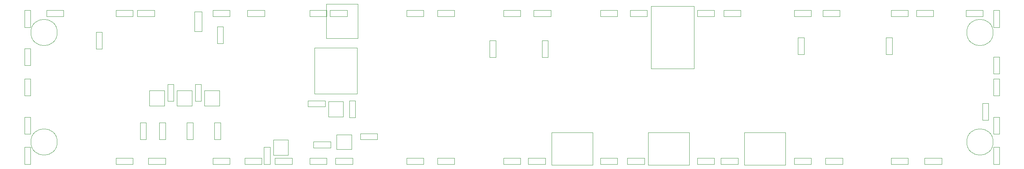
<source format=gbr>
G04 #@! TF.FileFunction,Other,User*
%FSLAX46Y46*%
G04 Gerber Fmt 4.6, Leading zero omitted, Abs format (unit mm)*
G04 Created by KiCad (PCBNEW 4.0.7) date Thursday, October 12, 2017 'PMt' 07:19:01 PM*
%MOMM*%
%LPD*%
G01*
G04 APERTURE LIST*
%ADD10C,0.100000*%
%ADD11C,0.050000*%
G04 APERTURE END LIST*
D10*
D11*
X71175000Y-23560000D02*
X67265000Y-23560000D01*
X71175000Y-23560000D02*
X71175000Y-22160000D01*
X67265000Y-22160000D02*
X67265000Y-23560000D01*
X67265000Y-22160000D02*
X71175000Y-22160000D01*
X28510000Y-31170000D02*
X28510000Y-27260000D01*
X28510000Y-31170000D02*
X29910000Y-31170000D01*
X29910000Y-27260000D02*
X28510000Y-27260000D01*
X29910000Y-27260000D02*
X29910000Y-31170000D01*
X34355000Y-27250000D02*
X34355000Y-31160000D01*
X34355000Y-27250000D02*
X32955000Y-27250000D01*
X32955000Y-31160000D02*
X34355000Y-31160000D01*
X32955000Y-31160000D02*
X32955000Y-27250000D01*
X42610000Y-18360000D02*
X42610000Y-22270000D01*
X42610000Y-18360000D02*
X41210000Y-18360000D01*
X41210000Y-22270000D02*
X42610000Y-22270000D01*
X41210000Y-22270000D02*
X41210000Y-18360000D01*
X47055000Y-27250000D02*
X47055000Y-31160000D01*
X47055000Y-27250000D02*
X45655000Y-27250000D01*
X45655000Y-31160000D02*
X47055000Y-31160000D01*
X45655000Y-31160000D02*
X45655000Y-27250000D01*
X36260000Y-18360000D02*
X36260000Y-22270000D01*
X36260000Y-18360000D02*
X34860000Y-18360000D01*
X34860000Y-22270000D02*
X36260000Y-22270000D01*
X34860000Y-22270000D02*
X34860000Y-18360000D01*
X40705000Y-27250000D02*
X40705000Y-31160000D01*
X40705000Y-27250000D02*
X39305000Y-27250000D01*
X39305000Y-31160000D02*
X40705000Y-31160000D01*
X39305000Y-31160000D02*
X39305000Y-27250000D01*
X83240000Y-31180000D02*
X79330000Y-31180000D01*
X83240000Y-31180000D02*
X83240000Y-29780000D01*
X79330000Y-29780000D02*
X79330000Y-31180000D01*
X79330000Y-29780000D02*
X83240000Y-29780000D01*
X72445000Y-33085000D02*
X68535000Y-33085000D01*
X72445000Y-33085000D02*
X72445000Y-31685000D01*
X68535000Y-31685000D02*
X68535000Y-33085000D01*
X68535000Y-31685000D02*
X72445000Y-31685000D01*
X57085000Y-36885000D02*
X57085000Y-32975000D01*
X57085000Y-36885000D02*
X58485000Y-36885000D01*
X58485000Y-32975000D02*
X57085000Y-32975000D01*
X58485000Y-32975000D02*
X58485000Y-36885000D01*
X59635000Y-35495000D02*
X63545000Y-35495000D01*
X59635000Y-35495000D02*
X59635000Y-36895000D01*
X63545000Y-36895000D02*
X63545000Y-35495000D01*
X63545000Y-36895000D02*
X59635000Y-36895000D01*
X224220000Y-22805000D02*
X224220000Y-26715000D01*
X224220000Y-22805000D02*
X222820000Y-22805000D01*
X222820000Y-26715000D02*
X224220000Y-26715000D01*
X222820000Y-26715000D02*
X222820000Y-22805000D01*
X76770000Y-26090000D02*
X76770000Y-22180000D01*
X76770000Y-26090000D02*
X78170000Y-26090000D01*
X78170000Y-22180000D02*
X76770000Y-22180000D01*
X78170000Y-22180000D02*
X78170000Y-26090000D01*
X201995000Y-7565000D02*
X201995000Y-11475000D01*
X201995000Y-7565000D02*
X200595000Y-7565000D01*
X200595000Y-11475000D02*
X201995000Y-11475000D01*
X200595000Y-11475000D02*
X200595000Y-7565000D01*
X181675000Y-7565000D02*
X181675000Y-11475000D01*
X181675000Y-7565000D02*
X180275000Y-7565000D01*
X180275000Y-11475000D02*
X181675000Y-11475000D01*
X180275000Y-11475000D02*
X180275000Y-7565000D01*
X122620000Y-8200000D02*
X122620000Y-12110000D01*
X122620000Y-8200000D02*
X121220000Y-8200000D01*
X121220000Y-12110000D02*
X122620000Y-12110000D01*
X121220000Y-12110000D02*
X121220000Y-8200000D01*
X110555000Y-8200000D02*
X110555000Y-12110000D01*
X110555000Y-8200000D02*
X109155000Y-8200000D01*
X109155000Y-12110000D02*
X110555000Y-12110000D01*
X109155000Y-12110000D02*
X109155000Y-8200000D01*
X47690000Y-5025000D02*
X47690000Y-8935000D01*
X47690000Y-5025000D02*
X46290000Y-5025000D01*
X46290000Y-8935000D02*
X47690000Y-8935000D01*
X46290000Y-8935000D02*
X46290000Y-5025000D01*
X19750000Y-6295000D02*
X19750000Y-10205000D01*
X19750000Y-6295000D02*
X18350000Y-6295000D01*
X18350000Y-10205000D02*
X19750000Y-10205000D01*
X18350000Y-10205000D02*
X18350000Y-6295000D01*
X3240000Y-10105000D02*
X3240000Y-14015000D01*
X3240000Y-10105000D02*
X1840000Y-10105000D01*
X1840000Y-14015000D02*
X3240000Y-14015000D01*
X1840000Y-14015000D02*
X1840000Y-10105000D01*
X3240000Y-25980000D02*
X3240000Y-29890000D01*
X3240000Y-25980000D02*
X1840000Y-25980000D01*
X1840000Y-29890000D02*
X3240000Y-29890000D01*
X1840000Y-29890000D02*
X1840000Y-25980000D01*
X34345000Y-36895000D02*
X30435000Y-36895000D01*
X34345000Y-36895000D02*
X34345000Y-35495000D01*
X30435000Y-35495000D02*
X30435000Y-36895000D01*
X30435000Y-35495000D02*
X34345000Y-35495000D01*
X56570000Y-36895000D02*
X52660000Y-36895000D01*
X56570000Y-36895000D02*
X56570000Y-35495000D01*
X52660000Y-35495000D02*
X52660000Y-36895000D01*
X52660000Y-35495000D02*
X56570000Y-35495000D01*
X77525000Y-36895000D02*
X73615000Y-36895000D01*
X77525000Y-36895000D02*
X77525000Y-35495000D01*
X73615000Y-35495000D02*
X73615000Y-36895000D01*
X73615000Y-35495000D02*
X77525000Y-35495000D01*
X101020000Y-36895000D02*
X97110000Y-36895000D01*
X101020000Y-36895000D02*
X101020000Y-35495000D01*
X97110000Y-35495000D02*
X97110000Y-36895000D01*
X97110000Y-35495000D02*
X101020000Y-35495000D01*
X121975000Y-36895000D02*
X118065000Y-36895000D01*
X121975000Y-36895000D02*
X121975000Y-35495000D01*
X118065000Y-35495000D02*
X118065000Y-36895000D01*
X118065000Y-35495000D02*
X121975000Y-35495000D01*
X144835000Y-36895000D02*
X140925000Y-36895000D01*
X144835000Y-36895000D02*
X144835000Y-35495000D01*
X140925000Y-35495000D02*
X140925000Y-36895000D01*
X140925000Y-35495000D02*
X144835000Y-35495000D01*
X166425000Y-36895000D02*
X162515000Y-36895000D01*
X166425000Y-36895000D02*
X166425000Y-35495000D01*
X162515000Y-35495000D02*
X162515000Y-36895000D01*
X162515000Y-35495000D02*
X166425000Y-35495000D01*
X190555000Y-36895000D02*
X186645000Y-36895000D01*
X190555000Y-36895000D02*
X190555000Y-35495000D01*
X186645000Y-35495000D02*
X186645000Y-36895000D01*
X186645000Y-35495000D02*
X190555000Y-35495000D01*
X213415000Y-36895000D02*
X209505000Y-36895000D01*
X213415000Y-36895000D02*
X213415000Y-35495000D01*
X209505000Y-35495000D02*
X209505000Y-36895000D01*
X209505000Y-35495000D02*
X213415000Y-35495000D01*
X226760000Y-25980000D02*
X226760000Y-29890000D01*
X226760000Y-25980000D02*
X225360000Y-25980000D01*
X225360000Y-29890000D02*
X226760000Y-29890000D01*
X225360000Y-29890000D02*
X225360000Y-25980000D01*
X226760000Y-12010000D02*
X226760000Y-15920000D01*
X226760000Y-12010000D02*
X225360000Y-12010000D01*
X225360000Y-15920000D02*
X226760000Y-15920000D01*
X225360000Y-15920000D02*
X225360000Y-12010000D01*
X219020000Y-1205000D02*
X222930000Y-1205000D01*
X219020000Y-1205000D02*
X219020000Y-2605000D01*
X222930000Y-2605000D02*
X222930000Y-1205000D01*
X222930000Y-2605000D02*
X219020000Y-2605000D01*
X211510000Y-2605000D02*
X207600000Y-2605000D01*
X211510000Y-2605000D02*
X211510000Y-1205000D01*
X207600000Y-1205000D02*
X207600000Y-2605000D01*
X207600000Y-1205000D02*
X211510000Y-1205000D01*
X189920000Y-2605000D02*
X186010000Y-2605000D01*
X189920000Y-2605000D02*
X189920000Y-1205000D01*
X186010000Y-1205000D02*
X186010000Y-2605000D01*
X186010000Y-1205000D02*
X189920000Y-1205000D01*
X167060000Y-2605000D02*
X163150000Y-2605000D01*
X167060000Y-2605000D02*
X167060000Y-1205000D01*
X163150000Y-1205000D02*
X163150000Y-2605000D01*
X163150000Y-1205000D02*
X167060000Y-1205000D01*
X145470000Y-2605000D02*
X141560000Y-2605000D01*
X145470000Y-2605000D02*
X145470000Y-1205000D01*
X141560000Y-1205000D02*
X141560000Y-2605000D01*
X141560000Y-1205000D02*
X145470000Y-1205000D01*
X123245000Y-2605000D02*
X119335000Y-2605000D01*
X123245000Y-2605000D02*
X123245000Y-1205000D01*
X119335000Y-1205000D02*
X119335000Y-2605000D01*
X119335000Y-1205000D02*
X123245000Y-1205000D01*
X101020000Y-2605000D02*
X97110000Y-2605000D01*
X101020000Y-2605000D02*
X101020000Y-1205000D01*
X97110000Y-1205000D02*
X97110000Y-2605000D01*
X97110000Y-1205000D02*
X101020000Y-1205000D01*
X76255000Y-2605000D02*
X72345000Y-2605000D01*
X76255000Y-2605000D02*
X76255000Y-1205000D01*
X72345000Y-1205000D02*
X72345000Y-2605000D01*
X72345000Y-1205000D02*
X76255000Y-1205000D01*
X57205000Y-2605000D02*
X53295000Y-2605000D01*
X57205000Y-2605000D02*
X57205000Y-1205000D01*
X53295000Y-1205000D02*
X53295000Y-2605000D01*
X53295000Y-1205000D02*
X57205000Y-1205000D01*
X31805000Y-2605000D02*
X27895000Y-2605000D01*
X31805000Y-2605000D02*
X31805000Y-1205000D01*
X27895000Y-1205000D02*
X27895000Y-2605000D01*
X27895000Y-1205000D02*
X31805000Y-1205000D01*
X10850000Y-2605000D02*
X6940000Y-2605000D01*
X10850000Y-2605000D02*
X10850000Y-1205000D01*
X6940000Y-1205000D02*
X6940000Y-2605000D01*
X6940000Y-1205000D02*
X10850000Y-1205000D01*
X1840000Y-21010000D02*
X1840000Y-17100000D01*
X1840000Y-21010000D02*
X3240000Y-21010000D01*
X3240000Y-17100000D02*
X1840000Y-17100000D01*
X3240000Y-17100000D02*
X3240000Y-21010000D01*
X1840000Y-36885000D02*
X1840000Y-32975000D01*
X1840000Y-36885000D02*
X3240000Y-36885000D01*
X3240000Y-32975000D02*
X1840000Y-32975000D01*
X3240000Y-32975000D02*
X3240000Y-36885000D01*
X22932000Y-35495000D02*
X26842000Y-35495000D01*
X22932000Y-35495000D02*
X22932000Y-36895000D01*
X26842000Y-36895000D02*
X26842000Y-35495000D01*
X26842000Y-36895000D02*
X22932000Y-36895000D01*
X45284000Y-35495000D02*
X49194000Y-35495000D01*
X45284000Y-35495000D02*
X45284000Y-36895000D01*
X49194000Y-36895000D02*
X49194000Y-35495000D01*
X49194000Y-36895000D02*
X45284000Y-36895000D01*
X67636000Y-35495000D02*
X71546000Y-35495000D01*
X67636000Y-35495000D02*
X67636000Y-36895000D01*
X71546000Y-36895000D02*
X71546000Y-35495000D01*
X71546000Y-36895000D02*
X67636000Y-36895000D01*
X89988000Y-35495000D02*
X93898000Y-35495000D01*
X89988000Y-35495000D02*
X89988000Y-36895000D01*
X93898000Y-36895000D02*
X93898000Y-35495000D01*
X93898000Y-36895000D02*
X89988000Y-36895000D01*
X112340000Y-35495000D02*
X116250000Y-35495000D01*
X112340000Y-35495000D02*
X112340000Y-36895000D01*
X116250000Y-36895000D02*
X116250000Y-35495000D01*
X116250000Y-36895000D02*
X112340000Y-36895000D01*
X134692000Y-35495000D02*
X138602000Y-35495000D01*
X134692000Y-35495000D02*
X134692000Y-36895000D01*
X138602000Y-36895000D02*
X138602000Y-35495000D01*
X138602000Y-36895000D02*
X134692000Y-36895000D01*
X157044000Y-35495000D02*
X160954000Y-35495000D01*
X157044000Y-35495000D02*
X157044000Y-36895000D01*
X160954000Y-36895000D02*
X160954000Y-35495000D01*
X160954000Y-36895000D02*
X157044000Y-36895000D01*
X179396000Y-35495000D02*
X183306000Y-35495000D01*
X179396000Y-35495000D02*
X179396000Y-36895000D01*
X183306000Y-36895000D02*
X183306000Y-35495000D01*
X183306000Y-36895000D02*
X179396000Y-36895000D01*
X201748000Y-35495000D02*
X205658000Y-35495000D01*
X201748000Y-35495000D02*
X201748000Y-36895000D01*
X205658000Y-36895000D02*
X205658000Y-35495000D01*
X205658000Y-36895000D02*
X201748000Y-36895000D01*
X225360000Y-36885000D02*
X225360000Y-32975000D01*
X225360000Y-36885000D02*
X226760000Y-36885000D01*
X226760000Y-32975000D02*
X225360000Y-32975000D01*
X226760000Y-32975000D02*
X226760000Y-36885000D01*
X225360000Y-21010000D02*
X225360000Y-17100000D01*
X225360000Y-21010000D02*
X226760000Y-21010000D01*
X226760000Y-17100000D02*
X225360000Y-17100000D01*
X226760000Y-17100000D02*
X226760000Y-21010000D01*
X225360000Y-5135000D02*
X225360000Y-1225000D01*
X225360000Y-5135000D02*
X226760000Y-5135000D01*
X226760000Y-1225000D02*
X225360000Y-1225000D01*
X226760000Y-1225000D02*
X226760000Y-5135000D01*
X201748000Y-1205000D02*
X205658000Y-1205000D01*
X201748000Y-1205000D02*
X201748000Y-2605000D01*
X205658000Y-2605000D02*
X205658000Y-1205000D01*
X205658000Y-2605000D02*
X201748000Y-2605000D01*
X179396000Y-1205000D02*
X183306000Y-1205000D01*
X179396000Y-1205000D02*
X179396000Y-2605000D01*
X183306000Y-2605000D02*
X183306000Y-1205000D01*
X183306000Y-2605000D02*
X179396000Y-2605000D01*
X157044000Y-1205000D02*
X160954000Y-1205000D01*
X157044000Y-1205000D02*
X157044000Y-2605000D01*
X160954000Y-2605000D02*
X160954000Y-1205000D01*
X160954000Y-2605000D02*
X157044000Y-2605000D01*
X134692000Y-1205000D02*
X138602000Y-1205000D01*
X134692000Y-1205000D02*
X134692000Y-2605000D01*
X138602000Y-2605000D02*
X138602000Y-1205000D01*
X138602000Y-2605000D02*
X134692000Y-2605000D01*
X112340000Y-1205000D02*
X116250000Y-1205000D01*
X112340000Y-1205000D02*
X112340000Y-2605000D01*
X116250000Y-2605000D02*
X116250000Y-1205000D01*
X116250000Y-2605000D02*
X112340000Y-2605000D01*
X89988000Y-1205000D02*
X93898000Y-1205000D01*
X89988000Y-1205000D02*
X89988000Y-2605000D01*
X93898000Y-2605000D02*
X93898000Y-1205000D01*
X93898000Y-2605000D02*
X89988000Y-2605000D01*
X67636000Y-1205000D02*
X71546000Y-1205000D01*
X67636000Y-1205000D02*
X67636000Y-2605000D01*
X71546000Y-2605000D02*
X71546000Y-1205000D01*
X71546000Y-2605000D02*
X67636000Y-2605000D01*
X45284000Y-1205000D02*
X49194000Y-1205000D01*
X45284000Y-1205000D02*
X45284000Y-2605000D01*
X49194000Y-2605000D02*
X49194000Y-1205000D01*
X49194000Y-2605000D02*
X45284000Y-2605000D01*
X22932000Y-1205000D02*
X26842000Y-1205000D01*
X22932000Y-1205000D02*
X22932000Y-2605000D01*
X26842000Y-2605000D02*
X26842000Y-1205000D01*
X26842000Y-2605000D02*
X22932000Y-2605000D01*
X1840000Y-5135000D02*
X1840000Y-1225000D01*
X1840000Y-5135000D02*
X3240000Y-5135000D01*
X3240000Y-1225000D02*
X1840000Y-1225000D01*
X3240000Y-1225000D02*
X3240000Y-5135000D01*
X42790000Y-1560000D02*
X42790000Y-6060000D01*
X42790000Y-1560000D02*
X41040000Y-1560000D01*
X41040000Y-6060000D02*
X42790000Y-6060000D01*
X41040000Y-6060000D02*
X41040000Y-1560000D01*
X123695000Y-29560000D02*
X123445000Y-29560000D01*
X123445000Y-29560000D02*
X123445000Y-29810000D01*
X123695000Y-37060000D02*
X123445000Y-37060000D01*
X123445000Y-37060000D02*
X123445000Y-36810000D01*
X132945000Y-36810000D02*
X132945000Y-37060000D01*
X132945000Y-37060000D02*
X132695000Y-37060000D01*
X132945000Y-29810000D02*
X132945000Y-29560000D01*
X132945000Y-29560000D02*
X132695000Y-29560000D01*
X132695000Y-37060000D02*
X123695000Y-37060000D01*
X132945000Y-29810000D02*
X132945000Y-36810000D01*
X123695000Y-29560000D02*
X132695000Y-29560000D01*
X123445000Y-36810000D02*
X123445000Y-29810000D01*
X145920000Y-29560000D02*
X145670000Y-29560000D01*
X145670000Y-29560000D02*
X145670000Y-29810000D01*
X145920000Y-37060000D02*
X145670000Y-37060000D01*
X145670000Y-37060000D02*
X145670000Y-36810000D01*
X155170000Y-36810000D02*
X155170000Y-37060000D01*
X155170000Y-37060000D02*
X154920000Y-37060000D01*
X155170000Y-29810000D02*
X155170000Y-29560000D01*
X155170000Y-29560000D02*
X154920000Y-29560000D01*
X154920000Y-37060000D02*
X145920000Y-37060000D01*
X155170000Y-29810000D02*
X155170000Y-36810000D01*
X145920000Y-29560000D02*
X154920000Y-29560000D01*
X145670000Y-36810000D02*
X145670000Y-29810000D01*
X168145000Y-29560000D02*
X167895000Y-29560000D01*
X167895000Y-29560000D02*
X167895000Y-29810000D01*
X168145000Y-37060000D02*
X167895000Y-37060000D01*
X167895000Y-37060000D02*
X167895000Y-36810000D01*
X177395000Y-36810000D02*
X177395000Y-37060000D01*
X177395000Y-37060000D02*
X177145000Y-37060000D01*
X177395000Y-29810000D02*
X177395000Y-29560000D01*
X177395000Y-29560000D02*
X177145000Y-29560000D01*
X177145000Y-37060000D02*
X168145000Y-37060000D01*
X177395000Y-29810000D02*
X177395000Y-36810000D01*
X168145000Y-29560000D02*
X177145000Y-29560000D01*
X167895000Y-36810000D02*
X167895000Y-29810000D01*
X71960000Y-22380000D02*
X75360000Y-22380000D01*
X75360000Y-22380000D02*
X75360000Y-25880000D01*
X75360000Y-25880000D02*
X71960000Y-25880000D01*
X71960000Y-25880000D02*
X71960000Y-22380000D01*
X34085000Y-23340000D02*
X30685000Y-23340000D01*
X30685000Y-23340000D02*
X30685000Y-19840000D01*
X30685000Y-19840000D02*
X34085000Y-19840000D01*
X34085000Y-19840000D02*
X34085000Y-23340000D01*
X46785000Y-23340000D02*
X43385000Y-23340000D01*
X43385000Y-23340000D02*
X43385000Y-19840000D01*
X43385000Y-19840000D02*
X46785000Y-19840000D01*
X46785000Y-19840000D02*
X46785000Y-23340000D01*
X40435000Y-23340000D02*
X37035000Y-23340000D01*
X37035000Y-23340000D02*
X37035000Y-19840000D01*
X37035000Y-19840000D02*
X40435000Y-19840000D01*
X40435000Y-19840000D02*
X40435000Y-23340000D01*
X73815000Y-33450000D02*
X73815000Y-30050000D01*
X73815000Y-30050000D02*
X77315000Y-30050000D01*
X77315000Y-30050000D02*
X77315000Y-33450000D01*
X77315000Y-33450000D02*
X73815000Y-33450000D01*
X62660000Y-34770000D02*
X59260000Y-34770000D01*
X59260000Y-34770000D02*
X59260000Y-31270000D01*
X59260000Y-31270000D02*
X62660000Y-31270000D01*
X62660000Y-31270000D02*
X62660000Y-34770000D01*
X78735000Y-7745000D02*
X71435000Y-7745000D01*
X78735000Y255000D02*
X78735000Y-7745000D01*
X71435000Y255000D02*
X78735000Y255000D01*
X71435000Y-7745000D02*
X71435000Y255000D01*
X146431000Y-14732000D02*
X156337000Y-14732000D01*
X156337000Y-14732000D02*
X156337000Y-254000D01*
X156337000Y-254000D02*
X147193000Y-254000D01*
X147193000Y-254000D02*
X146431000Y-254000D01*
X146431000Y-254000D02*
X146431000Y-14732000D01*
X78570000Y-20600000D02*
X78570000Y-9900000D01*
X78570000Y-9900000D02*
X68770000Y-9900000D01*
X68770000Y-9900000D02*
X68770000Y-20600000D01*
X68770000Y-20600000D02*
X78570000Y-20600000D01*
X9400000Y-6350000D02*
G75*
G03X9400000Y-6350000I-3050000J0D01*
G01*
X9400000Y-31750000D02*
G75*
G03X9400000Y-31750000I-3050000J0D01*
G01*
X225300000Y-6350000D02*
G75*
G03X225300000Y-6350000I-3050000J0D01*
G01*
X225300000Y-31750000D02*
G75*
G03X225300000Y-31750000I-3050000J0D01*
G01*
M02*

</source>
